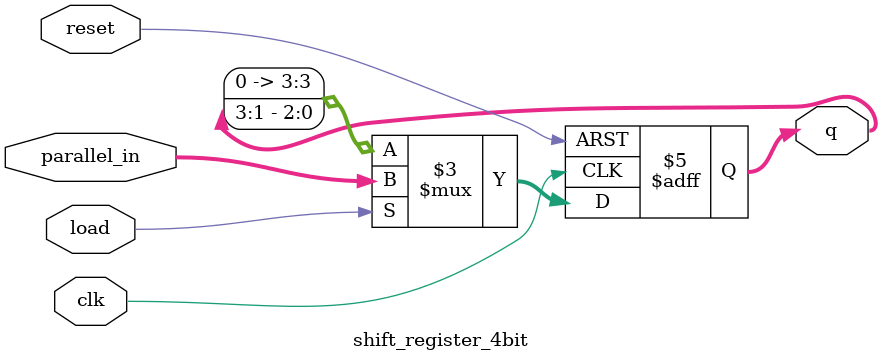
<source format=v>
`timescale 1ns / 1ps


module shift_register_4bit(
   input clk,
    input reset,               // asynchronous reset
    input load,               // 1 = parallel load, 0 = shift right
    input [3:0] parallel_in,  // parallel input
    output reg [3:0] q        // register output
    );
    
    always @(posedge clk or posedge reset) begin
        if (reset)
            q <= 4'b0000;
        else if (load)
            q <= parallel_in;     // load parallel data
        else
            q <= {1'b0, q[3:1]};  // shift right, MSB gets 0
    end
endmodule

</source>
